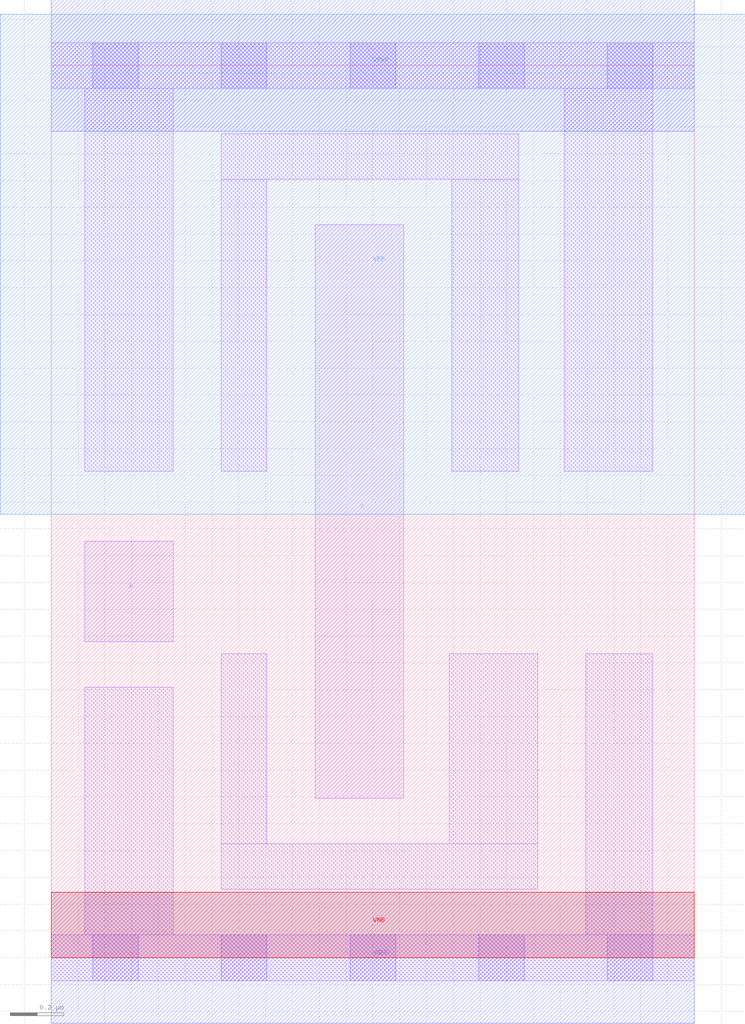
<source format=lef>
# Copyright 2020 The SkyWater PDK Authors
#
# Licensed under the Apache License, Version 2.0 (the "License");
# you may not use this file except in compliance with the License.
# You may obtain a copy of the License at
#
#     https://www.apache.org/licenses/LICENSE-2.0
#
# Unless required by applicable law or agreed to in writing, software
# distributed under the License is distributed on an "AS IS" BASIS,
# WITHOUT WARRANTIES OR CONDITIONS OF ANY KIND, either express or implied.
# See the License for the specific language governing permissions and
# limitations under the License.
#
# SPDX-License-Identifier: Apache-2.0

VERSION 5.7 ;
  NOWIREEXTENSIONATPIN ON ;
  DIVIDERCHAR "/" ;
  BUSBITCHARS "[]" ;
MACRO sky130_fd_sc_lp__invlp_2
  CLASS CORE ;
  FOREIGN sky130_fd_sc_lp__invlp_2 ;
  ORIGIN  0.000000  0.000000 ;
  SIZE  2.400000 BY  3.330000 ;
  SYMMETRY X Y R90 ;
  SITE unit ;
  PIN A
    ANTENNAGATEAREA  1.260000 ;
    DIRECTION INPUT ;
    USE SIGNAL ;
    PORT
      LAYER li1 ;
        RECT 0.125000 1.180000 0.455000 1.555000 ;
    END
  END A
  PIN Y
    ANTENNADIFFAREA  0.588000 ;
    DIRECTION OUTPUT ;
    USE SIGNAL ;
    PORT
      LAYER li1 ;
        RECT 0.985000 0.595000 1.315000 2.735000 ;
    END
  END Y
  PIN VGND
    DIRECTION INOUT ;
    USE GROUND ;
    PORT
      LAYER met1 ;
        RECT 0.000000 -0.245000 2.400000 0.245000 ;
    END
  END VGND
  PIN VNB
    DIRECTION INOUT ;
    USE GROUND ;
    PORT
      LAYER pwell ;
        RECT 0.000000 0.000000 2.400000 0.245000 ;
    END
  END VNB
  PIN VPB
    DIRECTION INOUT ;
    USE POWER ;
    PORT
      LAYER nwell ;
        RECT -0.190000 1.655000 2.590000 3.520000 ;
    END
  END VPB
  PIN VPWR
    DIRECTION INOUT ;
    USE POWER ;
    PORT
      LAYER met1 ;
        RECT 0.000000 3.085000 2.400000 3.575000 ;
    END
  END VPWR
  OBS
    LAYER li1 ;
      RECT 0.000000 -0.085000 2.400000 0.085000 ;
      RECT 0.000000  3.245000 2.400000 3.415000 ;
      RECT 0.125000  0.085000 0.455000 1.010000 ;
      RECT 0.125000  1.815000 0.455000 3.245000 ;
      RECT 0.635000  0.255000 1.815000 0.425000 ;
      RECT 0.635000  0.425000 0.805000 1.135000 ;
      RECT 0.635000  1.815000 0.805000 2.905000 ;
      RECT 0.635000  2.905000 1.745000 3.075000 ;
      RECT 1.485000  0.425000 1.815000 1.135000 ;
      RECT 1.495000  1.815000 1.745000 2.905000 ;
      RECT 1.915000  1.815000 2.245000 3.245000 ;
      RECT 1.995000  0.085000 2.245000 1.135000 ;
    LAYER mcon ;
      RECT 0.155000 -0.085000 0.325000 0.085000 ;
      RECT 0.155000  3.245000 0.325000 3.415000 ;
      RECT 0.635000 -0.085000 0.805000 0.085000 ;
      RECT 0.635000  3.245000 0.805000 3.415000 ;
      RECT 1.115000 -0.085000 1.285000 0.085000 ;
      RECT 1.115000  3.245000 1.285000 3.415000 ;
      RECT 1.595000 -0.085000 1.765000 0.085000 ;
      RECT 1.595000  3.245000 1.765000 3.415000 ;
      RECT 2.075000 -0.085000 2.245000 0.085000 ;
      RECT 2.075000  3.245000 2.245000 3.415000 ;
  END
END sky130_fd_sc_lp__invlp_2
END LIBRARY

</source>
